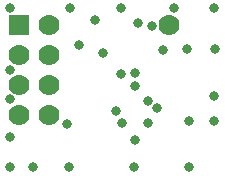
<source format=gbs>
*%FSLAX24Y24*%
*%MOIN*%
G01*
%ADD11C,0.0010*%
%ADD12C,0.0030*%
%ADD13C,0.0050*%
%ADD14C,0.0060*%
%ADD15C,0.0073*%
%ADD16C,0.0080*%
%ADD17C,0.0100*%
%ADD18C,0.0120*%
%ADD19C,0.0200*%
%ADD20C,0.0250*%
%ADD21C,0.0300*%
%ADD22C,0.0320*%
%ADD23C,0.0400*%
%ADD24C,0.0500*%
%ADD25C,0.0560*%
%ADD26C,0.0620*%
%ADD27C,0.0700*%
%ADD28C,0.0800*%
%ADD29R,0.0098X0.0331*%
%ADD30R,0.0178X0.0411*%
%ADD31R,0.0200X0.0250*%
%ADD32R,0.0250X0.0200*%
%ADD33R,0.0280X0.0330*%
%ADD34R,0.0330X0.0280*%
%ADD35R,0.0331X0.0098*%
%ADD36R,0.0411X0.0178*%
%ADD37R,0.0620X0.0620*%
%ADD38R,0.0700X0.0700*%
%ADD39R,0.2165X0.0787*%
%ADD40R,0.2245X0.0867*%
D22*
X275160Y117495D02*
D03*
X279120Y122210D02*
D03*
X277225Y122400D02*
D03*
X279860Y122780D02*
D03*
X278100D02*
D03*
X276400D02*
D03*
X278550Y117495D02*
D03*
X280380D02*
D03*
X276370D02*
D03*
X276310Y118940D02*
D03*
X274407Y122780D02*
D03*
X281200D02*
D03*
X274407Y117495D02*
D03*
X276700Y121570D02*
D03*
X278150Y118965D02*
D03*
X279015Y118950D02*
D03*
X278565Y118400D02*
D03*
X274407Y118480D02*
D03*
Y119765D02*
D03*
Y120735D02*
D03*
X278570Y120620D02*
D03*
X277935Y119350D02*
D03*
X278090Y120610D02*
D03*
X278580Y120210D02*
D03*
X277490Y121290D02*
D03*
X279305Y119450D02*
D03*
X280375Y119020D02*
D03*
X279000Y119710D02*
D03*
X281200Y119030D02*
D03*
Y119855D02*
D03*
X279485Y121400D02*
D03*
X281250Y121425D02*
D03*
X280300D02*
D03*
X278670Y122300D02*
D03*
D27*
X279695Y122230D02*
D03*
X275695D02*
D03*
X274695Y121230D02*
D03*
X275695D02*
D03*
X274695Y120230D02*
D03*
X275695D02*
D03*
X274695Y119230D02*
D03*
X275695D02*
D03*
D38*
X274695Y122230D02*
D03*
M02*

</source>
